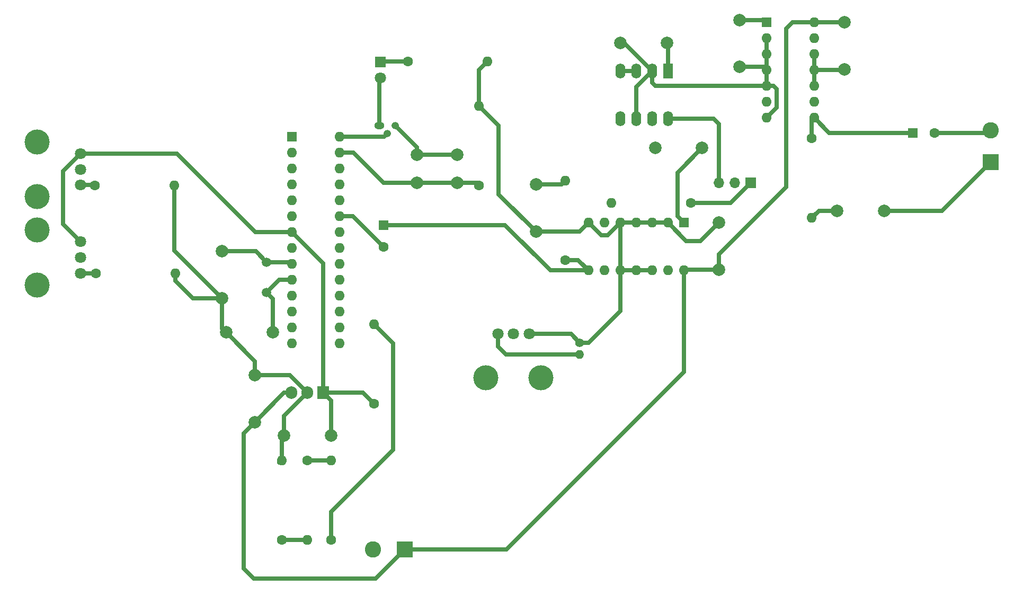
<source format=gbr>
%TF.GenerationSoftware,KiCad,Pcbnew,(5.1.10)-1*%
%TF.CreationDate,2021-11-22T06:34:50+01:00*%
%TF.ProjectId,Looper,4c6f6f70-6572-42e6-9b69-6361645f7063,rev?*%
%TF.SameCoordinates,Original*%
%TF.FileFunction,Copper,L2,Bot*%
%TF.FilePolarity,Positive*%
%FSLAX46Y46*%
G04 Gerber Fmt 4.6, Leading zero omitted, Abs format (unit mm)*
G04 Created by KiCad (PCBNEW (5.1.10)-1) date 2021-11-22 06:34:50*
%MOMM*%
%LPD*%
G01*
G04 APERTURE LIST*
%TA.AperFunction,ComponentPad*%
%ADD10O,1.600000X1.600000*%
%TD*%
%TA.AperFunction,ComponentPad*%
%ADD11C,1.600000*%
%TD*%
%TA.AperFunction,ComponentPad*%
%ADD12C,1.500000*%
%TD*%
%TA.AperFunction,ComponentPad*%
%ADD13O,1.600000X2.400000*%
%TD*%
%TA.AperFunction,ComponentPad*%
%ADD14R,1.600000X2.400000*%
%TD*%
%TA.AperFunction,ComponentPad*%
%ADD15O,1.905000X2.000000*%
%TD*%
%TA.AperFunction,ComponentPad*%
%ADD16R,1.905000X2.000000*%
%TD*%
%TA.AperFunction,ComponentPad*%
%ADD17R,1.600000X1.600000*%
%TD*%
%TA.AperFunction,ComponentPad*%
%ADD18C,2.000000*%
%TD*%
%TA.AperFunction,WasherPad*%
%ADD19C,4.000000*%
%TD*%
%TA.AperFunction,ComponentPad*%
%ADD20C,1.800000*%
%TD*%
%TA.AperFunction,ComponentPad*%
%ADD21O,1.200000X1.200000*%
%TD*%
%TA.AperFunction,ComponentPad*%
%ADD22O,1.600000X1.200000*%
%TD*%
%TA.AperFunction,ComponentPad*%
%ADD23O,1.400000X1.400000*%
%TD*%
%TA.AperFunction,ComponentPad*%
%ADD24C,1.400000*%
%TD*%
%TA.AperFunction,ComponentPad*%
%ADD25O,1.700000X1.700000*%
%TD*%
%TA.AperFunction,ComponentPad*%
%ADD26R,1.700000X1.700000*%
%TD*%
%TA.AperFunction,ComponentPad*%
%ADD27C,2.600000*%
%TD*%
%TA.AperFunction,ComponentPad*%
%ADD28R,2.600000X2.600000*%
%TD*%
%TA.AperFunction,ComponentPad*%
%ADD29R,1.800000X1.800000*%
%TD*%
%TA.AperFunction,Conductor*%
%ADD30C,0.635000*%
%TD*%
G04 APERTURE END LIST*
D10*
%TO.P,R3,2*%
%TO.N,Net-(R3-Pad2)*%
X124333000Y-162052000D03*
D11*
%TO.P,R3,1*%
%TO.N,ALIM_RAM*%
X124333000Y-174752000D03*
%TD*%
D10*
%TO.P,R6,2*%
%TO.N,GND*%
X116459000Y-162052000D03*
D11*
%TO.P,R6,1*%
%TO.N,Net-(R5-Pad2)*%
X116459000Y-174752000D03*
%TD*%
D10*
%TO.P,R5,2*%
%TO.N,Net-(R5-Pad2)*%
X120523000Y-174752000D03*
D11*
%TO.P,R5,1*%
%TO.N,Net-(R3-Pad2)*%
X120523000Y-162052000D03*
%TD*%
D12*
%TO.P,Y1,2*%
%TO.N,OSC1*%
X114046000Y-130375000D03*
%TO.P,Y1,1*%
%TO.N,OSC2*%
X114046000Y-135255000D03*
%TD*%
D13*
%TO.P,U6,8*%
%TO.N,Net-(JP1-Pad3)*%
X178162000Y-107468000D03*
%TO.P,U6,4*%
%TO.N,Net-(U6-Pad3)*%
X170542000Y-99848000D03*
%TO.P,U6,7*%
%TO.N,ALIM_FILTER*%
X175622000Y-107468000D03*
%TO.P,U6,3*%
%TO.N,Net-(U6-Pad3)*%
X173082000Y-99848000D03*
%TO.P,U6,6*%
%TO.N,GND*%
X173082000Y-107468000D03*
%TO.P,U6,2*%
X175622000Y-99848000D03*
%TO.P,U6,5*%
%TO.N,FILTER_OUT*%
X170542000Y-107468000D03*
D14*
%TO.P,U6,1*%
%TO.N,Net-(C14-Pad1)*%
X178162000Y-99848000D03*
%TD*%
D15*
%TO.P,U5,3*%
%TO.N,ALIM_AUDIO*%
X117983000Y-151257000D03*
%TO.P,U5,2*%
%TO.N,GND*%
X120523000Y-151257000D03*
D16*
%TO.P,U5,1*%
%TO.N,ALIM_\u00B5C*%
X123063000Y-151257000D03*
%TD*%
D10*
%TO.P,U4,14*%
%TO.N,ALIM_AUDIO*%
X201549000Y-92075000D03*
%TO.P,U4,7*%
%TO.N,GND*%
X193929000Y-107315000D03*
%TO.P,U4,13*%
%TO.N,Net-(U4-Pad13)*%
X201549000Y-94615000D03*
%TO.P,U4,6*%
%TO.N,FILTER_OUT*%
X193929000Y-104775000D03*
%TO.P,U4,12*%
%TO.N,GND*%
X201549000Y-97155000D03*
%TO.P,U4,5*%
X193929000Y-102235000D03*
%TO.P,U4,11*%
X201549000Y-99695000D03*
%TO.P,U4,4*%
X193929000Y-99695000D03*
%TO.P,U4,10*%
X201549000Y-102235000D03*
%TO.P,U4,3*%
X193929000Y-97155000D03*
%TO.P,U4,9*%
%TO.N,Net-(U4-Pad9)*%
X201549000Y-104775000D03*
%TO.P,U4,2*%
%TO.N,GND*%
X193929000Y-94615000D03*
%TO.P,U4,8*%
%TO.N,Net-(C11-Pad1)*%
X201549000Y-107315000D03*
D17*
%TO.P,U4,1*%
%TO.N,Net-(C7-Pad2)*%
X193929000Y-92075000D03*
%TD*%
D10*
%TO.P,U2,14*%
%TO.N,ALIM_AUDIO*%
X180721000Y-131699000D03*
%TO.P,U2,7*%
%TO.N,GND*%
X165481000Y-124079000D03*
%TO.P,U2,13*%
%TO.N,Net-(U2-Pad13)*%
X178181000Y-131699000D03*
%TO.P,U2,6*%
%TO.N,FILTER_OUT*%
X168021000Y-124079000D03*
%TO.P,U2,12*%
%TO.N,GND*%
X175641000Y-131699000D03*
%TO.P,U2,5*%
X170561000Y-124079000D03*
%TO.P,U2,11*%
X173101000Y-131699000D03*
%TO.P,U2,4*%
X173101000Y-124079000D03*
%TO.P,U2,10*%
X170561000Y-131699000D03*
%TO.P,U2,3*%
X175641000Y-124079000D03*
%TO.P,U2,9*%
%TO.N,Net-(U2-Pad9)*%
X168021000Y-131699000D03*
%TO.P,U2,2*%
%TO.N,GND*%
X178181000Y-124079000D03*
%TO.P,U2,8*%
%TO.N,Net-(C4-Pad1)*%
X165481000Y-131699000D03*
D17*
%TO.P,U2,1*%
%TO.N,Net-(C1-Pad2)*%
X180721000Y-124079000D03*
%TD*%
D10*
%TO.P,U1,28*%
%TO.N,RECORD_LED*%
X125730000Y-110363000D03*
%TO.P,U1,14*%
%TO.N,Net-(U1-Pad14)*%
X118110000Y-143383000D03*
%TO.P,U1,27*%
%TO.N,RECORD_BUTTON*%
X125730000Y-112903000D03*
%TO.P,U1,13*%
%TO.N,Net-(U1-Pad13)*%
X118110000Y-140843000D03*
%TO.P,U1,26*%
%TO.N,Net-(U1-Pad26)*%
X125730000Y-115443000D03*
%TO.P,U1,12*%
%TO.N,Net-(U1-Pad12)*%
X118110000Y-138303000D03*
%TO.P,U1,25*%
%TO.N,Net-(U1-Pad25)*%
X125730000Y-117983000D03*
%TO.P,U1,11*%
%TO.N,Net-(U1-Pad11)*%
X118110000Y-135763000D03*
%TO.P,U1,24*%
%TO.N,AUDIO_OUT*%
X125730000Y-120523000D03*
%TO.P,U1,10*%
%TO.N,OSC2*%
X118110000Y-133223000D03*
%TO.P,U1,23*%
%TO.N,AUDIO*%
X125730000Y-123063000D03*
%TO.P,U1,9*%
%TO.N,OSC1*%
X118110000Y-130683000D03*
%TO.P,U1,22*%
%TO.N,GND*%
X125730000Y-125603000D03*
%TO.P,U1,8*%
X118110000Y-128143000D03*
%TO.P,U1,21*%
%TO.N,Net-(U1-Pad21)*%
X125730000Y-128143000D03*
%TO.P,U1,7*%
%TO.N,ALIM_\u00B5C*%
X118110000Y-125603000D03*
%TO.P,U1,20*%
%TO.N,Net-(U1-Pad20)*%
X125730000Y-130683000D03*
%TO.P,U1,6*%
%TO.N,Net-(U1-Pad6)*%
X118110000Y-123063000D03*
%TO.P,U1,19*%
%TO.N,Net-(U1-Pad19)*%
X125730000Y-133223000D03*
%TO.P,U1,5*%
%TO.N,Net-(U1-Pad5)*%
X118110000Y-120523000D03*
%TO.P,U1,18*%
%TO.N,Net-(U1-Pad18)*%
X125730000Y-135763000D03*
%TO.P,U1,4*%
%TO.N,Net-(U1-Pad4)*%
X118110000Y-117983000D03*
%TO.P,U1,17*%
%TO.N,Net-(U1-Pad17)*%
X125730000Y-138303000D03*
%TO.P,U1,3*%
%TO.N,PITCH_CONTROL*%
X118110000Y-115443000D03*
%TO.P,U1,16*%
%TO.N,Net-(U1-Pad16)*%
X125730000Y-140843000D03*
%TO.P,U1,2*%
%TO.N,SPEED_CONTROL*%
X118110000Y-112903000D03*
%TO.P,U1,15*%
%TO.N,Net-(U1-Pad15)*%
X125730000Y-143383000D03*
D17*
%TO.P,U1,1*%
%TO.N,Net-(U1-Pad1)*%
X118110000Y-110363000D03*
%TD*%
D18*
%TO.P,RECORD,1*%
%TO.N,RECORD_BUTTON*%
X138026000Y-117729000D03*
%TO.P,RECORD,2*%
%TO.N,ALIM_\u00B5C*%
X138026000Y-113229000D03*
%TO.P,RECORD,1*%
%TO.N,RECORD_BUTTON*%
X144526000Y-117729000D03*
%TO.P,RECORD,2*%
%TO.N,ALIM_\u00B5C*%
X144526000Y-113229000D03*
%TD*%
D19*
%TO.P,RV3,*%
%TO.N,*%
X77328000Y-111130000D03*
X77328000Y-119930000D03*
D20*
%TO.P,RV3,1*%
%TO.N,ALIM_\u00B5C*%
X84328000Y-113030000D03*
%TO.P,RV3,2*%
%TO.N,SPEED_CONTROL*%
X84328000Y-115530000D03*
%TO.P,RV3,3*%
%TO.N,Net-(R11-Pad1)*%
X84328000Y-118030000D03*
%TD*%
D19*
%TO.P,RV2,*%
%TO.N,*%
X77328000Y-125227000D03*
X77328000Y-134027000D03*
D20*
%TO.P,RV2,1*%
%TO.N,ALIM_\u00B5C*%
X84328000Y-127127000D03*
%TO.P,RV2,2*%
%TO.N,PITCH_CONTROL*%
X84328000Y-129627000D03*
%TO.P,RV2,3*%
%TO.N,Net-(R10-Pad1)*%
X84328000Y-132127000D03*
%TD*%
D19*
%TO.P,RV1,*%
%TO.N,*%
X149103000Y-148859000D03*
X157903000Y-148859000D03*
D20*
%TO.P,RV1,1*%
%TO.N,Net-(MK1-Pad2)*%
X151003000Y-141859000D03*
%TO.P,RV1,2*%
%TO.N,AUDIO_OUT*%
X153503000Y-141859000D03*
%TO.P,RV1,3*%
%TO.N,GND*%
X156003000Y-141859000D03*
%TD*%
D10*
%TO.P,R11,2*%
%TO.N,GND*%
X99314000Y-118110000D03*
D11*
%TO.P,R11,1*%
%TO.N,Net-(R11-Pad1)*%
X86614000Y-118110000D03*
%TD*%
D10*
%TO.P,R10,2*%
%TO.N,GND*%
X99441000Y-132207000D03*
D11*
%TO.P,R10,1*%
%TO.N,Net-(R10-Pad1)*%
X86741000Y-132207000D03*
%TD*%
D10*
%TO.P,R9,2*%
%TO.N,GND*%
X147955000Y-105410000D03*
D11*
%TO.P,R9,1*%
%TO.N,RECORD_BUTTON*%
X147955000Y-118110000D03*
%TD*%
D10*
%TO.P,R8,2*%
%TO.N,GND*%
X149352000Y-98298000D03*
D11*
%TO.P,R8,1*%
%TO.N,Net-(D1-Pad1)*%
X136652000Y-98298000D03*
%TD*%
D10*
%TO.P,R7,2*%
%TO.N,FILTER_OUT*%
X169164000Y-120904000D03*
D11*
%TO.P,R7,1*%
%TO.N,Net-(JP1-Pad1)*%
X181864000Y-120904000D03*
%TD*%
D10*
%TO.P,R4,2*%
%TO.N,Net-(C10-Pad1)*%
X201168000Y-123317000D03*
D11*
%TO.P,R4,1*%
%TO.N,Net-(C11-Pad1)*%
X201168000Y-110617000D03*
%TD*%
D10*
%TO.P,R2,2*%
%TO.N,ALIM_RAM*%
X131191000Y-140335000D03*
D11*
%TO.P,R2,1*%
%TO.N,ALIM_\u00B5C*%
X131191000Y-153035000D03*
%TD*%
D10*
%TO.P,R1,2*%
%TO.N,Net-(C3-Pad1)*%
X161798000Y-117348000D03*
D11*
%TO.P,R1,1*%
%TO.N,Net-(C4-Pad1)*%
X161798000Y-130048000D03*
%TD*%
D21*
%TO.P,Q1,3*%
%TO.N,ALIM_\u00B5C*%
X134620000Y-108585000D03*
%TO.P,Q1,2*%
%TO.N,RECORD_LED*%
X133350000Y-109855000D03*
D22*
%TO.P,Q1,1*%
%TO.N,Net-(D1-Pad2)*%
X132080000Y-108585000D03*
%TD*%
D23*
%TO.P,MK1,2*%
%TO.N,Net-(MK1-Pad2)*%
X164084000Y-145156000D03*
D24*
%TO.P,MK1,1*%
%TO.N,GND*%
X164084000Y-143256000D03*
%TD*%
D25*
%TO.P,JP1,3*%
%TO.N,Net-(JP1-Pad3)*%
X186309000Y-117729000D03*
%TO.P,JP1,2*%
%TO.N,AUDIO_OUT*%
X188849000Y-117729000D03*
D26*
%TO.P,JP1,1*%
%TO.N,Net-(JP1-Pad1)*%
X191389000Y-117729000D03*
%TD*%
D27*
%TO.P,J2,2*%
%TO.N,Net-(C11-Pad2)*%
X229743000Y-109347000D03*
D28*
%TO.P,J2,1*%
%TO.N,GND*%
X229743000Y-114427000D03*
%TD*%
D27*
%TO.P,J1,2*%
%TO.N,GND*%
X131064000Y-176276000D03*
D28*
%TO.P,J1,1*%
%TO.N,ALIM_AUDIO*%
X136144000Y-176276000D03*
%TD*%
D20*
%TO.P,D1,2*%
%TO.N,Net-(D1-Pad2)*%
X132207000Y-100965000D03*
D29*
%TO.P,D1,1*%
%TO.N,Net-(D1-Pad1)*%
X132207000Y-98425000D03*
%TD*%
D18*
%TO.P,C16,2*%
%TO.N,GND*%
X107562000Y-141605000D03*
%TO.P,C16,1*%
%TO.N,OSC2*%
X115062000Y-141605000D03*
%TD*%
%TO.P,C15,2*%
%TO.N,GND*%
X106934000Y-136151000D03*
%TO.P,C15,1*%
%TO.N,OSC1*%
X106934000Y-128651000D03*
%TD*%
%TO.P,C14,2*%
%TO.N,GND*%
X170554000Y-95377000D03*
%TO.P,C14,1*%
%TO.N,Net-(C14-Pad1)*%
X178054000Y-95377000D03*
%TD*%
D11*
%TO.P,C11,2*%
%TO.N,Net-(C11-Pad2)*%
X220797000Y-109728000D03*
D17*
%TO.P,C11,1*%
%TO.N,Net-(C11-Pad1)*%
X217297000Y-109728000D03*
%TD*%
D18*
%TO.P,C10,2*%
%TO.N,GND*%
X212732000Y-122174000D03*
%TO.P,C10,1*%
%TO.N,Net-(C10-Pad1)*%
X205232000Y-122174000D03*
%TD*%
%TO.P,C9,2*%
%TO.N,GND*%
X206375000Y-99575000D03*
%TO.P,C9,1*%
%TO.N,ALIM_AUDIO*%
X206375000Y-92075000D03*
%TD*%
%TO.P,C8,2*%
%TO.N,GND*%
X112141000Y-148456000D03*
%TO.P,C8,1*%
%TO.N,ALIM_AUDIO*%
X112141000Y-155956000D03*
%TD*%
%TO.P,C7,2*%
%TO.N,Net-(C7-Pad2)*%
X189611000Y-91687000D03*
%TO.P,C7,1*%
%TO.N,GND*%
X189611000Y-99187000D03*
%TD*%
%TO.P,C6,2*%
%TO.N,GND*%
X116833000Y-158115000D03*
%TO.P,C6,1*%
%TO.N,ALIM_\u00B5C*%
X124333000Y-158115000D03*
%TD*%
D11*
%TO.P,C4,2*%
%TO.N,AUDIO*%
X132715000Y-127960000D03*
D17*
%TO.P,C4,1*%
%TO.N,Net-(C4-Pad1)*%
X132715000Y-124460000D03*
%TD*%
D18*
%TO.P,C3,2*%
%TO.N,GND*%
X157099000Y-125483000D03*
%TO.P,C3,1*%
%TO.N,Net-(C3-Pad1)*%
X157099000Y-117983000D03*
%TD*%
%TO.P,C2,2*%
%TO.N,GND*%
X186309000Y-124072000D03*
%TO.P,C2,1*%
%TO.N,ALIM_AUDIO*%
X186309000Y-131572000D03*
%TD*%
%TO.P,C1,2*%
%TO.N,Net-(C1-Pad2)*%
X183649000Y-112141000D03*
%TO.P,C1,1*%
%TO.N,GND*%
X176149000Y-112141000D03*
%TD*%
D30*
%TO.N,Net-(C1-Pad2)*%
X180721000Y-124079000D02*
X179705000Y-123063000D01*
X179705000Y-116085000D02*
X183649000Y-112141000D01*
X179705000Y-123063000D02*
X179705000Y-116085000D01*
%TO.N,GND*%
X116833000Y-154947000D02*
X120523000Y-151257000D01*
X116833000Y-158115000D02*
X116833000Y-154947000D01*
X116078000Y-162433000D02*
X116459000Y-162052000D01*
X116459000Y-158489000D02*
X116833000Y-158115000D01*
X116459000Y-162052000D02*
X116459000Y-158489000D01*
X117722000Y-148456000D02*
X112141000Y-148456000D01*
X120523000Y-151257000D02*
X117722000Y-148456000D01*
X99314000Y-128531000D02*
X99314000Y-118110000D01*
X106934000Y-136151000D02*
X99314000Y-128531000D01*
X99441000Y-132207000D02*
X99441000Y-133350000D01*
X102242000Y-136151000D02*
X106934000Y-136151000D01*
X99441000Y-133350000D02*
X102242000Y-136151000D01*
X164084000Y-143256000D02*
X165481000Y-143256000D01*
X170561000Y-138176000D02*
X170561000Y-131699000D01*
X165481000Y-143256000D02*
X170561000Y-138176000D01*
X147955000Y-99695000D02*
X149352000Y-98298000D01*
X147955000Y-105410000D02*
X147955000Y-99695000D01*
X157099000Y-125483000D02*
X151130000Y-119514000D01*
X151130000Y-108585000D02*
X147955000Y-105410000D01*
X151130000Y-119514000D02*
X151130000Y-108585000D01*
X186309000Y-124072000D02*
X186316000Y-124072000D01*
X186316000Y-124072000D02*
X183388000Y-127000000D01*
X181102000Y-127000000D02*
X178181000Y-124079000D01*
X183388000Y-127000000D02*
X181102000Y-127000000D01*
X175641000Y-131699000D02*
X173101000Y-131699000D01*
X173101000Y-131699000D02*
X170561000Y-131699000D01*
X170561000Y-131699000D02*
X170561000Y-124079000D01*
X170561000Y-124079000D02*
X173101000Y-124079000D01*
X173101000Y-124079000D02*
X175641000Y-124079000D01*
X178181000Y-124079000D02*
X175641000Y-124079000D01*
X173082000Y-102388000D02*
X175622000Y-99848000D01*
X173082000Y-107468000D02*
X173082000Y-102388000D01*
X171151000Y-95377000D02*
X170554000Y-95377000D01*
X175622000Y-99848000D02*
X171151000Y-95377000D01*
X206255000Y-99695000D02*
X206375000Y-99575000D01*
X201549000Y-99695000D02*
X206255000Y-99695000D01*
X201549000Y-97155000D02*
X201549000Y-99695000D01*
X201549000Y-99695000D02*
X201549000Y-102235000D01*
X193929000Y-94615000D02*
X193929000Y-97155000D01*
X193929000Y-97155000D02*
X193929000Y-99695000D01*
X193929000Y-99695000D02*
X193929000Y-102235000D01*
X176174000Y-102235000D02*
X193929000Y-102235000D01*
X175622000Y-101683000D02*
X176174000Y-102235000D01*
X175622000Y-99848000D02*
X175622000Y-101683000D01*
X193421000Y-99187000D02*
X193929000Y-99695000D01*
X189611000Y-99187000D02*
X193421000Y-99187000D01*
X221996000Y-122174000D02*
X229743000Y-114427000D01*
X212732000Y-122174000D02*
X221996000Y-122174000D01*
X162687000Y-141859000D02*
X164084000Y-143256000D01*
X156003000Y-141859000D02*
X162687000Y-141859000D01*
X164077000Y-125483000D02*
X157099000Y-125483000D01*
X165481000Y-124079000D02*
X164077000Y-125483000D01*
X165481000Y-124079000D02*
X167513000Y-126111000D01*
X168529000Y-126111000D02*
X170561000Y-124079000D01*
X167513000Y-126111000D02*
X168529000Y-126111000D01*
X106934000Y-140977000D02*
X107562000Y-141605000D01*
X106934000Y-136151000D02*
X106934000Y-140977000D01*
X112141000Y-146184000D02*
X107562000Y-141605000D01*
X112141000Y-148456000D02*
X112141000Y-146184000D01*
X193929000Y-107315000D02*
X195580000Y-105664000D01*
X195580000Y-105664000D02*
X195580000Y-102743000D01*
X195072000Y-102235000D02*
X193929000Y-102235000D01*
X195580000Y-102743000D02*
X195072000Y-102235000D01*
%TO.N,ALIM_AUDIO*%
X116840000Y-151257000D02*
X117983000Y-151257000D01*
X112141000Y-155956000D02*
X116840000Y-151257000D01*
X136144000Y-176276000D02*
X131445000Y-180975000D01*
X131445000Y-180975000D02*
X112014000Y-180975000D01*
X112014000Y-180975000D02*
X110363000Y-179324000D01*
X110363000Y-157734000D02*
X112141000Y-155956000D01*
X110363000Y-179324000D02*
X110363000Y-157734000D01*
X136144000Y-176276000D02*
X152400000Y-176276000D01*
X180721000Y-147955000D02*
X180721000Y-131699000D01*
X152400000Y-176276000D02*
X180721000Y-147955000D01*
X180848000Y-131572000D02*
X180721000Y-131699000D01*
X186309000Y-131572000D02*
X180848000Y-131572000D01*
X186309000Y-131572000D02*
X186309000Y-129159000D01*
X186309000Y-129159000D02*
X197104000Y-118364000D01*
X197104000Y-118364000D02*
X197104000Y-93091000D01*
X198120000Y-92075000D02*
X201549000Y-92075000D01*
X197104000Y-93091000D02*
X198120000Y-92075000D01*
X201549000Y-92075000D02*
X206375000Y-92075000D01*
%TO.N,Net-(C3-Pad1)*%
X161163000Y-117983000D02*
X161798000Y-117348000D01*
X157099000Y-117983000D02*
X161163000Y-117983000D01*
%TO.N,AUDIO*%
X127818000Y-123063000D02*
X132715000Y-127960000D01*
X125730000Y-123063000D02*
X127818000Y-123063000D01*
%TO.N,Net-(C4-Pad1)*%
X132715000Y-124460000D02*
X152146000Y-124460000D01*
X159385000Y-131699000D02*
X165481000Y-131699000D01*
X152146000Y-124460000D02*
X159385000Y-131699000D01*
X163830000Y-130048000D02*
X165481000Y-131699000D01*
X161798000Y-130048000D02*
X163830000Y-130048000D01*
%TO.N,ALIM_\u00B5C*%
X123063000Y-130556000D02*
X118110000Y-125603000D01*
X123063000Y-151257000D02*
X123063000Y-130556000D01*
X124333000Y-152527000D02*
X123063000Y-151257000D01*
X124333000Y-158115000D02*
X124333000Y-152527000D01*
X84328000Y-113030000D02*
X99695000Y-113030000D01*
X112268000Y-125603000D02*
X118110000Y-125603000D01*
X99695000Y-113030000D02*
X112268000Y-125603000D01*
X84328000Y-113030000D02*
X81534000Y-115824000D01*
X81534000Y-124333000D02*
X84328000Y-127127000D01*
X81534000Y-115824000D02*
X81534000Y-124333000D01*
X129413000Y-151257000D02*
X131191000Y-153035000D01*
X123063000Y-151257000D02*
X129413000Y-151257000D01*
X138026000Y-111991000D02*
X134620000Y-108585000D01*
X138026000Y-113229000D02*
X138026000Y-111991000D01*
X144526000Y-113229000D02*
X138026000Y-113229000D01*
%TO.N,Net-(C7-Pad2)*%
X193541000Y-91687000D02*
X193929000Y-92075000D01*
X189611000Y-91687000D02*
X193541000Y-91687000D01*
%TO.N,Net-(C10-Pad1)*%
X202311000Y-122174000D02*
X201168000Y-123317000D01*
X205232000Y-122174000D02*
X202311000Y-122174000D01*
%TO.N,Net-(C11-Pad2)*%
X229362000Y-109728000D02*
X229743000Y-109347000D01*
X220797000Y-109728000D02*
X229362000Y-109728000D01*
%TO.N,Net-(C11-Pad1)*%
X203962000Y-109728000D02*
X201549000Y-107315000D01*
X217297000Y-109728000D02*
X203962000Y-109728000D01*
X201168000Y-107696000D02*
X201549000Y-107315000D01*
X201168000Y-110617000D02*
X201168000Y-107696000D01*
%TO.N,Net-(C14-Pad1)*%
X178162000Y-95485000D02*
X178054000Y-95377000D01*
X178162000Y-99848000D02*
X178162000Y-95485000D01*
%TO.N,Net-(JP1-Pad3)*%
X186309000Y-117729000D02*
X186309000Y-108331000D01*
X185446000Y-107468000D02*
X178162000Y-107468000D01*
X186309000Y-108331000D02*
X185446000Y-107468000D01*
%TO.N,AUDIO_OUT*%
X188849000Y-117729000D02*
X188849000Y-117475000D01*
%TO.N,Net-(JP1-Pad1)*%
X188214000Y-120904000D02*
X191389000Y-117729000D01*
X181864000Y-120904000D02*
X188214000Y-120904000D01*
%TO.N,Net-(MK1-Pad2)*%
X164084000Y-145156000D02*
X152268000Y-145156000D01*
X151003000Y-143891000D02*
X151003000Y-141859000D01*
X152268000Y-145156000D02*
X151003000Y-143891000D01*
%TO.N,ALIM_RAM*%
X124333000Y-174752000D02*
X124333000Y-170307000D01*
X124333000Y-170307000D02*
X134239000Y-160401000D01*
X134239000Y-143383000D02*
X131191000Y-140335000D01*
X134239000Y-160401000D02*
X134239000Y-143383000D01*
%TO.N,Net-(R3-Pad2)*%
X124333000Y-162052000D02*
X120523000Y-162052000D01*
%TO.N,Net-(R5-Pad2)*%
X120523000Y-174752000D02*
X116459000Y-174752000D01*
%TO.N,Net-(U6-Pad3)*%
X170542000Y-99848000D02*
X173082000Y-99848000D01*
%TO.N,Net-(D1-Pad2)*%
X132080000Y-101092000D02*
X132207000Y-100965000D01*
X132080000Y-108585000D02*
X132080000Y-101092000D01*
%TO.N,Net-(D1-Pad1)*%
X132334000Y-98298000D02*
X132207000Y-98425000D01*
X136652000Y-98298000D02*
X132334000Y-98298000D01*
%TO.N,RECORD_LED*%
X132842000Y-110363000D02*
X133350000Y-109855000D01*
X125730000Y-110363000D02*
X132842000Y-110363000D01*
%TO.N,RECORD_BUTTON*%
X125730000Y-112903000D02*
X127889000Y-112903000D01*
X132715000Y-117729000D02*
X138026000Y-117729000D01*
X127889000Y-112903000D02*
X132715000Y-117729000D01*
X138026000Y-117729000D02*
X144526000Y-117729000D01*
X147574000Y-117729000D02*
X147955000Y-118110000D01*
X144526000Y-117729000D02*
X147574000Y-117729000D01*
%TO.N,OSC1*%
X117802000Y-130375000D02*
X118110000Y-130683000D01*
X114046000Y-130375000D02*
X117802000Y-130375000D01*
X112322000Y-128651000D02*
X114046000Y-130375000D01*
X106934000Y-128651000D02*
X112322000Y-128651000D01*
%TO.N,OSC2*%
X116078000Y-133223000D02*
X114046000Y-135255000D01*
X118110000Y-133223000D02*
X116078000Y-133223000D01*
X115062000Y-136271000D02*
X114046000Y-135255000D01*
X115062000Y-141605000D02*
X115062000Y-136271000D01*
%TO.N,Net-(R10-Pad1)*%
X86661000Y-132127000D02*
X86741000Y-132207000D01*
X84328000Y-132127000D02*
X86661000Y-132127000D01*
%TO.N,Net-(R11-Pad1)*%
X86534000Y-118030000D02*
X86614000Y-118110000D01*
X84328000Y-118030000D02*
X86534000Y-118030000D01*
%TD*%
M02*

</source>
